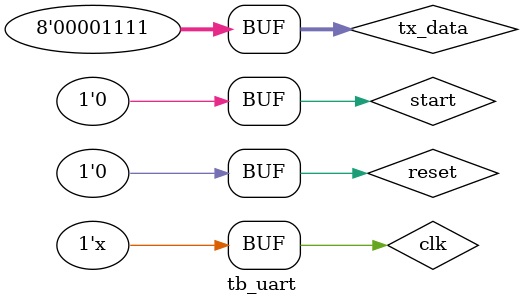
<source format=v>
`timescale 1ns / 1ps

module tb_uart ();

    reg clk;
    reg reset;
    reg start;
    reg [7:0] tx_data;
    wire tx_done;
    wire txd;

    uart dut (
        .clk(clk),
        .reset(reset),
        .start(start),
        .tx_data(tx_data),
        .tx_done(tx_done),
        .txd(txd)
    );

    always #5 clk = ~clk;

    initial begin
        clk = 1'b0;
        reset = 1'b1;
        start = 1'b0;
        tx_data = 0;
    end

    initial begin
        #20 reset = 1'b0;
        #20 tx_data = 8'h0f;
        start = 1'b1;
        #10 start = 1'b0;
    end
endmodule

</source>
